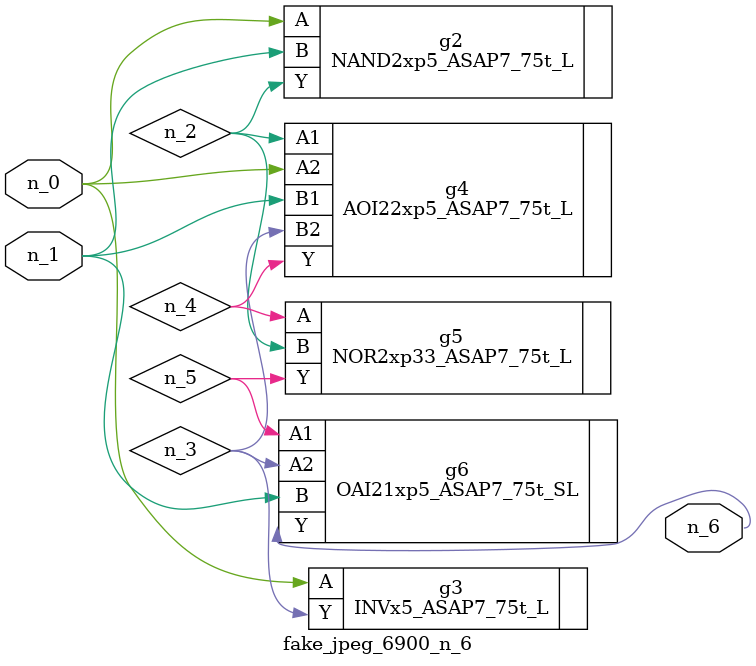
<source format=v>
module fake_jpeg_6900_n_6 (n_0, n_1, n_6);

input n_0;
input n_1;

output n_6;

wire n_3;
wire n_2;
wire n_4;
wire n_5;

NAND2xp5_ASAP7_75t_L g2 ( 
.A(n_0),
.B(n_1),
.Y(n_2)
);

INVx5_ASAP7_75t_L g3 ( 
.A(n_0),
.Y(n_3)
);

AOI22xp5_ASAP7_75t_L g4 ( 
.A1(n_2),
.A2(n_0),
.B1(n_1),
.B2(n_3),
.Y(n_4)
);

NOR2xp33_ASAP7_75t_L g5 ( 
.A(n_4),
.B(n_2),
.Y(n_5)
);

OAI21xp5_ASAP7_75t_SL g6 ( 
.A1(n_5),
.A2(n_3),
.B(n_1),
.Y(n_6)
);


endmodule
</source>
